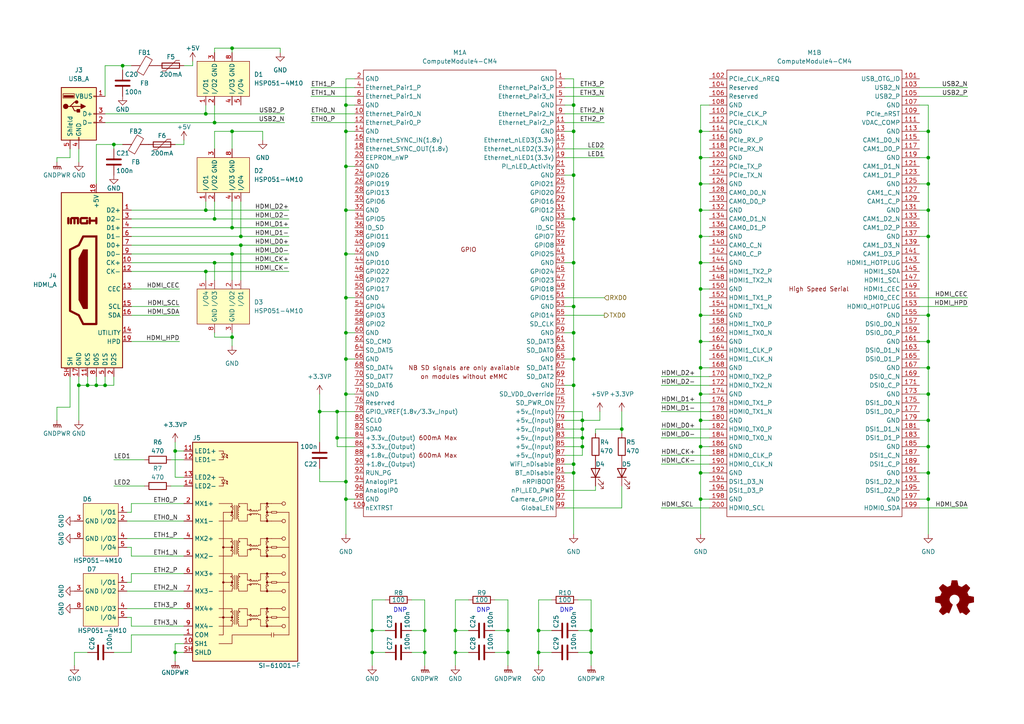
<source format=kicad_sch>
(kicad_sch (version 20211123) (generator eeschema)
  (paper "A4")
  (title_block (title "Cockpit CPU Card") (date "2023-01-21") (rev "A") (company "https://github.com/peterheinrich/DA20-C1-ProcedureTrainer") (comment 1 "Open Hardware") (comment 2 "License: CERN-OHL-P") (comment 3 "© 2023 by Peter Heinrich") (comment 4 "DA20 Hardware Cockpit Simulator Project"))
  (junction (at 203.2 83.82))
  (junction (at 25.4 111.76))
  (junction (at 203.2 68.58))
  (junction (at 166.37 63.5))
  (junction (at 269.24 53.34))
  (junction (at 203.2 106.68))
  (junction (at 59.69 60.96))
  (junction (at 269.24 45.72))
  (junction (at 123.19 182.88))
  (junction (at 203.2 121.92))
  (junction (at 156.21 189.23))
  (junction (at 203.2 144.78))
  (junction (at 67.31 66.04))
  (junction (at 59.69 78.74))
  (junction (at 269.24 38.1))
  (junction (at 203.2 45.72))
  (junction (at 168.91 129.54))
  (junction (at 166.37 38.1))
  (junction (at 166.37 88.9))
  (junction (at 107.95 189.23))
  (junction (at 132.08 189.23))
  (junction (at 269.24 144.78))
  (junction (at 269.24 114.3))
  (junction (at 269.24 121.92))
  (junction (at 166.37 76.2))
  (junction (at 62.23 35.56))
  (junction (at 166.37 30.48))
  (junction (at 168.91 121.92))
  (junction (at 100.33 60.96))
  (junction (at 100.33 73.66))
  (junction (at 27.94 111.76))
  (junction (at 100.33 86.36))
  (junction (at 168.91 127))
  (junction (at 166.37 134.62))
  (junction (at 59.69 33.02))
  (junction (at 97.79 127))
  (junction (at 203.2 38.1))
  (junction (at 203.2 91.44))
  (junction (at 203.2 114.3))
  (junction (at 156.21 182.88))
  (junction (at 33.02 41.91))
  (junction (at 269.24 91.44))
  (junction (at 50.8 130.81))
  (junction (at 269.24 60.96))
  (junction (at 203.2 99.06))
  (junction (at 269.24 68.58))
  (junction (at 67.31 13.97))
  (junction (at 203.2 129.54))
  (junction (at 203.2 53.34))
  (junction (at 35.56 19.05))
  (junction (at 168.91 124.46))
  (junction (at 269.24 106.68))
  (junction (at 100.33 38.1))
  (junction (at 100.33 144.78))
  (junction (at 22.86 111.76))
  (junction (at 203.2 76.2))
  (junction (at 69.85 71.12))
  (junction (at 100.33 96.52))
  (junction (at 100.33 30.48))
  (junction (at 100.33 139.7))
  (junction (at 97.79 119.38))
  (junction (at 203.2 60.96))
  (junction (at 166.37 50.8))
  (junction (at 269.24 129.54))
  (junction (at 50.8 189.23))
  (junction (at 132.08 182.88))
  (junction (at 30.48 111.76))
  (junction (at 166.37 111.76))
  (junction (at 147.32 189.23))
  (junction (at 269.24 137.16))
  (junction (at 203.2 137.16))
  (junction (at 171.45 189.23))
  (junction (at 67.31 73.66))
  (junction (at 166.37 104.14))
  (junction (at 171.45 182.88))
  (junction (at 62.23 76.2))
  (junction (at 67.31 38.1))
  (junction (at 147.32 182.88))
  (junction (at 100.33 48.26))
  (junction (at 166.37 137.16))
  (junction (at 107.95 182.88))
  (junction (at 92.71 119.38))
  (junction (at 62.23 63.5))
  (junction (at 269.24 99.06))
  (junction (at 69.85 68.58))
  (junction (at 100.33 104.14))
  (junction (at 123.19 189.23))
  (junction (at 180.34 124.46))
  (junction (at 67.31 97.79))
  (junction (at 100.33 114.3))
  (junction (at 166.37 96.52))
  (wire (pts (xy 100.33 104.14) (xy 102.87 104.14)))
  (wire (pts (xy 38.1 184.15) (xy 53.34 184.15)))
  (wire (pts (xy 166.37 63.5) (xy 166.37 76.2)))
  (wire (pts (xy 168.91 127) (xy 168.91 124.46)))
  (wire (pts (xy 69.85 71.12) (xy 83.82 71.12)))
  (wire (pts (xy 100.33 38.1) (xy 102.87 38.1)))
  (wire (pts (xy 55.88 17.78) (xy 55.88 19.05)))
  (wire (pts (xy 156.21 193.04) (xy 156.21 189.23)))
  (wire (pts (xy 67.31 73.66) (xy 67.31 81.28)))
  (wire (pts (xy 62.23 76.2) (xy 62.23 81.28)))
  (wire (pts (xy 266.7 60.96) (xy 269.24 60.96)))
  (wire (pts (xy 38.1 63.5) (xy 62.23 63.5)))
  (wire (pts (xy 50.8 191.77) (xy 50.8 189.23)))
  (wire (pts (xy 163.83 76.2) (xy 166.37 76.2)))
  (wire (pts (xy 62.23 58.42) (xy 62.23 63.5)))
  (wire (pts (xy 167.64 189.23) (xy 171.45 189.23)))
  (wire (pts (xy 100.33 60.96) (xy 102.87 60.96)))
  (wire (pts (xy 81.28 15.24) (xy 81.28 13.97)))
  (wire (pts (xy 143.51 189.23) (xy 147.32 189.23)))
  (wire (pts (xy 203.2 60.96) (xy 203.2 68.58)))
  (wire (pts (xy 97.79 129.54) (xy 102.87 129.54)))
  (wire (pts (xy 166.37 88.9) (xy 166.37 96.52)))
  (wire (pts (xy 163.83 43.18) (xy 175.26 43.18)))
  (wire (pts (xy 92.71 135.89) (xy 92.71 139.7)))
  (wire (pts (xy 166.37 76.2) (xy 166.37 88.9)))
  (wire (pts (xy 123.19 173.99) (xy 123.19 182.88)))
  (wire (pts (xy 203.2 30.48) (xy 203.2 38.1)))
  (wire (pts (xy 36.83 158.75) (xy 38.1 158.75)))
  (wire (pts (xy 269.24 137.16) (xy 269.24 144.78)))
  (wire (pts (xy 123.19 189.23) (xy 123.19 193.04)))
  (wire (pts (xy 100.33 96.52) (xy 102.87 96.52)))
  (wire (pts (xy 38.1 78.74) (xy 59.69 78.74)))
  (wire (pts (xy 38.1 68.58) (xy 69.85 68.58)))
  (wire (pts (xy 50.8 128.27) (xy 50.8 130.81)))
  (wire (pts (xy 81.28 13.97) (xy 67.31 13.97)))
  (wire (pts (xy 38.1 66.04) (xy 67.31 66.04)))
  (wire (pts (xy 163.83 38.1) (xy 166.37 38.1)))
  (wire (pts (xy 166.37 96.52) (xy 166.37 104.14)))
  (wire (pts (xy 38.1 158.75) (xy 38.1 161.29)))
  (wire (pts (xy 16.51 121.92) (xy 16.51 118.11)))
  (wire (pts (xy 147.32 182.88) (xy 147.32 189.23)))
  (wire (pts (xy 203.2 83.82) (xy 205.74 83.82)))
  (wire (pts (xy 135.89 173.99) (xy 132.08 173.99)))
  (wire (pts (xy 62.23 76.2) (xy 83.82 76.2)))
  (wire (pts (xy 20.32 109.22) (xy 20.32 118.11)))
  (wire (pts (xy 266.7 121.92) (xy 269.24 121.92)))
  (wire (pts (xy 97.79 127) (xy 102.87 127)))
  (wire (pts (xy 203.2 114.3) (xy 205.74 114.3)))
  (wire (pts (xy 20.32 43.18) (xy 20.32 45.72)))
  (wire (pts (xy 62.23 30.48) (xy 62.23 35.56)))
  (wire (pts (xy 30.48 19.05) (xy 30.48 27.94)))
  (wire (pts (xy 166.37 104.14) (xy 166.37 111.76)))
  (wire (pts (xy 266.7 129.54) (xy 269.24 129.54)))
  (wire (pts (xy 203.2 137.16) (xy 205.74 137.16)))
  (wire (pts (xy 166.37 30.48) (xy 166.37 38.1)))
  (wire (pts (xy 180.34 124.46) (xy 180.34 125.73)))
  (wire (pts (xy 97.79 119.38) (xy 92.71 119.38)))
  (wire (pts (xy 25.4 189.23) (xy 21.59 189.23)))
  (wire (pts (xy 123.19 173.99) (xy 119.38 173.99)))
  (wire (pts (xy 52.07 91.44) (xy 38.1 91.44)))
  (wire (pts (xy 266.7 137.16) (xy 269.24 137.16)))
  (wire (pts (xy 38.1 168.91) (xy 38.1 166.37)))
  (wire (pts (xy 266.7 91.44) (xy 269.24 91.44)))
  (wire (pts (xy 173.99 119.38) (xy 173.99 121.92)))
  (wire (pts (xy 38.1 60.96) (xy 59.69 60.96)))
  (wire (pts (xy 203.2 91.44) (xy 203.2 99.06)))
  (wire (pts (xy 22.86 109.22) (xy 22.86 111.76)))
  (wire (pts (xy 50.8 41.91) (xy 53.34 41.91)))
  (wire (pts (xy 119.38 182.88) (xy 123.19 182.88)))
  (wire (pts (xy 38.1 181.61) (xy 53.34 181.61)))
  (wire (pts (xy 50.8 130.81) (xy 53.34 130.81)))
  (wire (pts (xy 38.1 148.59) (xy 38.1 146.05)))
  (wire (pts (xy 269.24 129.54) (xy 269.24 137.16)))
  (wire (pts (xy 62.23 96.52) (xy 62.23 97.79)))
  (wire (pts (xy 50.8 186.69) (xy 53.34 186.69)))
  (wire (pts (xy 38.1 161.29) (xy 53.34 161.29)))
  (wire (pts (xy 30.48 111.76) (xy 30.48 109.22)))
  (wire (pts (xy 62.23 63.5) (xy 83.82 63.5)))
  (wire (pts (xy 166.37 134.62) (xy 166.37 137.16)))
  (wire (pts (xy 90.17 33.02) (xy 102.87 33.02)))
  (wire (pts (xy 191.77 134.62) (xy 205.74 134.62)))
  (wire (pts (xy 269.24 144.78) (xy 269.24 154.94)))
  (wire (pts (xy 107.95 182.88) (xy 111.76 182.88)))
  (wire (pts (xy 67.31 96.52) (xy 67.31 97.79)))
  (wire (pts (xy 33.02 189.23) (xy 38.1 189.23)))
  (wire (pts (xy 180.34 119.38) (xy 180.34 124.46)))
  (wire (pts (xy 67.31 38.1) (xy 67.31 43.18)))
  (wire (pts (xy 203.2 83.82) (xy 203.2 91.44)))
  (wire (pts (xy 266.7 106.68) (xy 269.24 106.68)))
  (wire (pts (xy 27.94 41.91) (xy 27.94 53.34)))
  (wire (pts (xy 67.31 13.97) (xy 62.23 13.97)))
  (wire (pts (xy 69.85 71.12) (xy 69.85 81.28)))
  (wire (pts (xy 203.2 45.72) (xy 203.2 53.34)))
  (wire (pts (xy 90.17 25.4) (xy 102.87 25.4)))
  (wire (pts (xy 172.72 125.73) (xy 172.72 124.46)))
  (wire (pts (xy 59.69 60.96) (xy 83.82 60.96)))
  (wire (pts (xy 100.33 22.86) (xy 100.33 30.48)))
  (wire (pts (xy 132.08 189.23) (xy 135.89 189.23)))
  (wire (pts (xy 50.8 130.81) (xy 50.8 138.43)))
  (wire (pts (xy 16.51 45.72) (xy 16.51 46.99)))
  (wire (pts (xy 171.45 173.99) (xy 171.45 182.88)))
  (wire (pts (xy 100.33 73.66) (xy 102.87 73.66)))
  (wire (pts (xy 203.2 38.1) (xy 203.2 45.72)))
  (wire (pts (xy 203.2 114.3) (xy 203.2 121.92)))
  (wire (pts (xy 90.17 35.56) (xy 102.87 35.56)))
  (wire (pts (xy 33.02 133.35) (xy 41.91 133.35)))
  (wire (pts (xy 25.4 111.76) (xy 25.4 109.22)))
  (wire (pts (xy 59.69 58.42) (xy 59.69 60.96)))
  (wire (pts (xy 171.45 173.99) (xy 167.64 173.99)))
  (wire (pts (xy 269.24 91.44) (xy 269.24 99.06)))
  (wire (pts (xy 205.74 30.48) (xy 203.2 30.48)))
  (wire (pts (xy 90.17 27.94) (xy 102.87 27.94)))
  (wire (pts (xy 163.83 134.62) (xy 166.37 134.62)))
  (wire (pts (xy 67.31 73.66) (xy 83.82 73.66)))
  (wire (pts (xy 62.23 35.56) (xy 82.55 35.56)))
  (wire (pts (xy 167.64 182.88) (xy 171.45 182.88)))
  (wire (pts (xy 111.76 173.99) (xy 107.95 173.99)))
  (wire (pts (xy 107.95 189.23) (xy 111.76 189.23)))
  (wire (pts (xy 92.71 139.7) (xy 100.33 139.7)))
  (wire (pts (xy 132.08 182.88) (xy 135.89 182.88)))
  (wire (pts (xy 38.1 71.12) (xy 69.85 71.12)))
  (wire (pts (xy 123.19 182.88) (xy 123.19 189.23)))
  (wire (pts (xy 76.2 38.1) (xy 67.31 38.1)))
  (wire (pts (xy 166.37 22.86) (xy 166.37 30.48)))
  (wire (pts (xy 97.79 119.38) (xy 97.79 127)))
  (wire (pts (xy 269.24 68.58) (xy 269.24 91.44)))
  (wire (pts (xy 100.33 139.7) (xy 100.33 144.78)))
  (wire (pts (xy 53.34 40.64) (xy 53.34 41.91)))
  (wire (pts (xy 163.83 63.5) (xy 166.37 63.5)))
  (wire (pts (xy 163.83 104.14) (xy 166.37 104.14)))
  (wire (pts (xy 100.33 48.26) (xy 100.33 60.96)))
  (wire (pts (xy 269.24 121.92) (xy 269.24 129.54)))
  (wire (pts (xy 163.83 35.56) (xy 175.26 35.56)))
  (wire (pts (xy 67.31 97.79) (xy 67.31 100.33)))
  (wire (pts (xy 36.83 171.45) (xy 53.34 171.45)))
  (wire (pts (xy 53.34 19.05) (xy 55.88 19.05)))
  (wire (pts (xy 168.91 121.92) (xy 168.91 119.38)))
  (wire (pts (xy 33.02 140.97) (xy 41.91 140.97)))
  (wire (pts (xy 38.1 179.07) (xy 38.1 181.61)))
  (wire (pts (xy 269.24 106.68) (xy 269.24 114.3)))
  (wire (pts (xy 203.2 121.92) (xy 203.2 129.54)))
  (wire (pts (xy 191.77 127) (xy 205.74 127)))
  (wire (pts (xy 166.37 137.16) (xy 166.37 154.94)))
  (wire (pts (xy 36.83 168.91) (xy 38.1 168.91)))
  (wire (pts (xy 163.83 86.36) (xy 175.26 86.36)))
  (wire (pts (xy 59.69 30.48) (xy 59.69 33.02)))
  (wire (pts (xy 62.23 97.79) (xy 67.31 97.79)))
  (wire (pts (xy 156.21 182.88) (xy 160.02 182.88)))
  (wire (pts (xy 36.83 156.21) (xy 53.34 156.21)))
  (wire (pts (xy 191.77 116.84) (xy 205.74 116.84)))
  (wire (pts (xy 59.69 78.74) (xy 59.69 81.28)))
  (wire (pts (xy 67.31 38.1) (xy 62.23 38.1)))
  (wire (pts (xy 38.1 73.66) (xy 67.31 73.66)))
  (wire (pts (xy 50.8 189.23) (xy 53.34 189.23)))
  (wire (pts (xy 49.53 133.35) (xy 53.34 133.35)))
  (wire (pts (xy 266.7 53.34) (xy 269.24 53.34)))
  (wire (pts (xy 163.83 30.48) (xy 166.37 30.48)))
  (wire (pts (xy 203.2 129.54) (xy 205.74 129.54)))
  (wire (pts (xy 269.24 38.1) (xy 269.24 45.72)))
  (wire (pts (xy 38.1 146.05) (xy 53.34 146.05)))
  (wire (pts (xy 67.31 66.04) (xy 83.82 66.04)))
  (wire (pts (xy 100.33 96.52) (xy 100.33 104.14)))
  (wire (pts (xy 203.2 53.34) (xy 203.2 60.96)))
  (wire (pts (xy 172.72 142.24) (xy 172.72 140.97)))
  (wire (pts (xy 269.24 114.3) (xy 269.24 121.92)))
  (wire (pts (xy 100.33 114.3) (xy 102.87 114.3)))
  (wire (pts (xy 22.86 43.18) (xy 22.86 46.99)))
  (wire (pts (xy 163.83 27.94) (xy 175.26 27.94)))
  (wire (pts (xy 269.24 99.06) (xy 269.24 106.68)))
  (wire (pts (xy 180.34 147.32) (xy 180.34 140.97)))
  (wire (pts (xy 203.2 60.96) (xy 205.74 60.96)))
  (wire (pts (xy 203.2 144.78) (xy 205.74 144.78)))
  (wire (pts (xy 266.7 38.1) (xy 269.24 38.1)))
  (wire (pts (xy 191.77 119.38) (xy 205.74 119.38)))
  (wire (pts (xy 16.51 118.11) (xy 20.32 118.11)))
  (wire (pts (xy 100.33 86.36) (xy 100.33 96.52)))
  (wire (pts (xy 147.32 173.99) (xy 147.32 182.88)))
  (wire (pts (xy 36.83 179.07) (xy 38.1 179.07)))
  (wire (pts (xy 50.8 189.23) (xy 50.8 186.69)))
  (wire (pts (xy 203.2 121.92) (xy 205.74 121.92)))
  (wire (pts (xy 266.7 99.06) (xy 269.24 99.06)))
  (wire (pts (xy 203.2 129.54) (xy 203.2 137.16)))
  (wire (pts (xy 92.71 119.38) (xy 92.71 128.27)))
  (wire (pts (xy 100.33 60.96) (xy 100.33 73.66)))
  (wire (pts (xy 166.37 38.1) (xy 166.37 50.8)))
  (wire (pts (xy 191.77 132.08) (xy 205.74 132.08)))
  (wire (pts (xy 203.2 144.78) (xy 203.2 154.94)))
  (wire (pts (xy 22.86 111.76) (xy 22.86 121.92)))
  (wire (pts (xy 100.33 114.3) (xy 100.33 139.7)))
  (wire (pts (xy 160.02 173.99) (xy 156.21 173.99)))
  (wire (pts (xy 269.24 60.96) (xy 269.24 68.58)))
  (wire (pts (xy 147.32 189.23) (xy 147.32 193.04)))
  (wire (pts (xy 163.83 111.76) (xy 166.37 111.76)))
  (wire (pts (xy 100.33 48.26) (xy 102.87 48.26)))
  (wire (pts (xy 97.79 127) (xy 97.79 129.54)))
  (wire (pts (xy 107.95 193.04) (xy 107.95 189.23)))
  (wire (pts (xy 38.1 19.05) (xy 35.56 19.05)))
  (wire (pts (xy 203.2 99.06) (xy 205.74 99.06)))
  (wire (pts (xy 269.24 45.72) (xy 269.24 53.34)))
  (wire (pts (xy 102.87 119.38) (xy 97.79 119.38)))
  (wire (pts (xy 69.85 68.58) (xy 83.82 68.58)))
  (wire (pts (xy 100.33 30.48) (xy 100.33 38.1)))
  (wire (pts (xy 168.91 119.38) (xy 163.83 119.38)))
  (wire (pts (xy 36.83 176.53) (xy 53.34 176.53)))
  (wire (pts (xy 35.56 19.05) (xy 35.56 20.32)))
  (wire (pts (xy 166.37 50.8) (xy 166.37 63.5)))
  (wire (pts (xy 168.91 124.46) (xy 168.91 121.92)))
  (wire (pts (xy 203.2 53.34) (xy 205.74 53.34)))
  (wire (pts (xy 168.91 129.54) (xy 168.91 127)))
  (wire (pts (xy 163.83 124.46) (xy 168.91 124.46)))
  (wire (pts (xy 266.7 25.4) (xy 280.67 25.4)))
  (wire (pts (xy 52.07 99.06) (xy 38.1 99.06)))
  (wire (pts (xy 191.77 111.76) (xy 205.74 111.76)))
  (wire (pts (xy 52.07 83.82) (xy 38.1 83.82)))
  (wire (pts (xy 33.02 111.76) (xy 33.02 109.22)))
  (wire (pts (xy 280.67 88.9) (xy 266.7 88.9)))
  (wire (pts (xy 67.31 13.97) (xy 67.31 15.24)))
  (wire (pts (xy 266.7 27.94) (xy 280.67 27.94)))
  (wire (pts (xy 22.86 111.76) (xy 25.4 111.76)))
  (wire (pts (xy 50.8 138.43) (xy 53.34 138.43)))
  (wire (pts (xy 203.2 68.58) (xy 203.2 76.2)))
  (wire (pts (xy 156.21 189.23) (xy 160.02 189.23)))
  (wire (pts (xy 27.94 111.76) (xy 30.48 111.76)))
  (wire (pts (xy 143.51 182.88) (xy 147.32 182.88)))
  (wire (pts (xy 100.33 73.66) (xy 100.33 86.36)))
  (wire (pts (xy 203.2 106.68) (xy 205.74 106.68)))
  (wire (pts (xy 119.38 189.23) (xy 123.19 189.23)))
  (wire (pts (xy 203.2 68.58) (xy 205.74 68.58)))
  (wire (pts (xy 69.85 58.42) (xy 69.85 68.58)))
  (wire (pts (xy 163.83 45.72) (xy 175.26 45.72)))
  (wire (pts (xy 266.7 45.72) (xy 269.24 45.72)))
  (wire (pts (xy 100.33 104.14) (xy 100.33 114.3)))
  (wire (pts (xy 203.2 38.1) (xy 205.74 38.1)))
  (wire (pts (xy 38.1 189.23) (xy 38.1 184.15)))
  (wire (pts (xy 203.2 45.72) (xy 205.74 45.72)))
  (wire (pts (xy 49.53 140.97) (xy 53.34 140.97)))
  (wire (pts (xy 132.08 182.88) (xy 132.08 173.99)))
  (wire (pts (xy 156.21 189.23) (xy 156.21 182.88)))
  (wire (pts (xy 168.91 132.08) (xy 168.91 129.54)))
  (wire (pts (xy 25.4 111.76) (xy 27.94 111.76)))
  (wire (pts (xy 30.48 35.56) (xy 62.23 35.56)))
  (wire (pts (xy 33.02 41.91) (xy 27.94 41.91)))
  (wire (pts (xy 266.7 30.48) (xy 269.24 30.48)))
  (wire (pts (xy 38.1 166.37) (xy 53.34 166.37)))
  (wire (pts (xy 30.48 111.76) (xy 33.02 111.76)))
  (wire (pts (xy 203.2 106.68) (xy 203.2 114.3)))
  (wire (pts (xy 36.83 148.59) (xy 38.1 148.59)))
  (wire (pts (xy 52.07 88.9) (xy 38.1 88.9)))
  (wire (pts (xy 171.45 182.88) (xy 171.45 189.23)))
  (wire (pts (xy 100.33 30.48) (xy 102.87 30.48)))
  (wire (pts (xy 269.24 30.48) (xy 269.24 38.1)))
  (wire (pts (xy 163.83 33.02) (xy 175.26 33.02)))
  (wire (pts (xy 132.08 193.04) (xy 132.08 189.23)))
  (wire (pts (xy 266.7 114.3) (xy 269.24 114.3)))
  (wire (pts (xy 36.83 151.13) (xy 53.34 151.13)))
  (wire (pts (xy 16.51 45.72) (xy 20.32 45.72)))
  (wire (pts (xy 62.23 13.97) (xy 62.23 15.24)))
  (wire (pts (xy 156.21 182.88) (xy 156.21 173.99)))
  (wire (pts (xy 100.33 86.36) (xy 102.87 86.36)))
  (wire (pts (xy 191.77 109.22) (xy 205.74 109.22)))
  (wire (pts (xy 21.59 189.23) (xy 21.59 193.04)))
  (wire (pts (xy 191.77 147.32) (xy 205.74 147.32)))
  (wire (pts (xy 107.95 182.88) (xy 107.95 173.99)))
  (wire (pts (xy 266.7 144.78) (xy 269.24 144.78)))
  (wire (pts (xy 100.33 144.78) (xy 100.33 154.94)))
  (wire (pts (xy 166.37 111.76) (xy 166.37 134.62)))
  (wire (pts (xy 132.08 189.23) (xy 132.08 182.88)))
  (wire (pts (xy 163.83 25.4) (xy 175.26 25.4)))
  (wire (pts (xy 163.83 137.16) (xy 166.37 137.16)))
  (wire (pts (xy 35.56 19.05) (xy 30.48 19.05)))
  (wire (pts (xy 266.7 86.36) (xy 280.67 86.36)))
  (wire (pts (xy 59.69 78.74) (xy 83.82 78.74)))
  (wire (pts (xy 280.67 147.32) (xy 266.7 147.32)))
  (wire (pts (xy 171.45 189.23) (xy 171.45 193.04)))
  (wire (pts (xy 163.83 50.8) (xy 166.37 50.8)))
  (wire (pts (xy 30.48 33.02) (xy 59.69 33.02)))
  (wire (pts (xy 163.83 96.52) (xy 166.37 96.52)))
  (wire (pts (xy 38.1 76.2) (xy 62.23 76.2)))
  (wire (pts (xy 172.72 124.46) (xy 180.34 124.46)))
  (wire (pts (xy 173.99 121.92) (xy 168.91 121.92)))
  (wire (pts (xy 163.83 142.24) (xy 172.72 142.24)))
  (wire (pts (xy 163.83 22.86) (xy 166.37 22.86)))
  (wire (pts (xy 266.7 68.58) (xy 269.24 68.58)))
  (wire (pts (xy 163.83 129.54) (xy 168.91 129.54)))
  (wire (pts (xy 163.83 147.32) (xy 180.34 147.32)))
  (wire (pts (xy 203.2 76.2) (xy 205.74 76.2)))
  (wire (pts (xy 163.83 127) (xy 168.91 127)))
  (wire (pts (xy 203.2 76.2) (xy 203.2 83.82)))
  (wire (pts (xy 163.83 91.44) (xy 175.26 91.44)))
  (wire (pts (xy 92.71 119.38) (xy 92.71 114.3)))
  (wire (pts (xy 100.33 144.78) (xy 102.87 144.78)))
  (wire (pts (xy 27.94 111.76) (xy 27.94 109.22)))
  (wire (pts (xy 269.24 53.34) (xy 269.24 60.96)))
  (wire (pts (xy 163.83 88.9) (xy 166.37 88.9)))
  (wire (pts (xy 102.87 22.86) (xy 100.33 22.86)))
  (wire (pts (xy 203.2 91.44) (xy 205.74 91.44)))
  (wire (pts (xy 203.2 99.06) (xy 203.2 106.68)))
  (wire (pts (xy 76.2 40.64) (xy 76.2 38.1)))
  (wire (pts (xy 35.56 41.91) (xy 33.02 41.91)))
  (wire (pts (xy 62.23 38.1) (xy 62.23 43.18)))
  (wire (pts (xy 67.31 58.42) (xy 67.31 66.04)))
  (wire (pts (xy 147.32 173.99) (xy 143.51 173.99)))
  (wire (pts (xy 203.2 137.16) (xy 203.2 144.78)))
  (wire (pts (xy 191.77 124.46) (xy 205.74 124.46)))
  (wire (pts (xy 107.95 189.23) (xy 107.95 182.88)))
  (wire (pts (xy 33.02 41.91) (xy 33.02 43.18)))
  (wire (pts (xy 163.83 132.08) (xy 168.91 132.08)))
  (wire (pts (xy 163.83 121.92) (xy 168.91 121.92)))
  (wire (pts (xy 59.69 33.02) (xy 82.55 33.02)))
  (wire (pts (xy 100.33 38.1) (xy 100.33 48.26)))
  (text "DNP" (at 118.11 177.8 180) (effects (font (size 1.27 1.27)) (justify right bottom)))
  (text "DNP" (at 142.24 177.8 180) (effects (font (size 1.27 1.27)) (justify right bottom)))
  (text "DNP" (at 166.37 177.8 180) (effects (font (size 1.27 1.27)) (justify right bottom)))
  (label "HDMI_D2-" (at 83.82 63.5 180))
  (label "ETH2_P" (at 175.26 35.56 180))
  (label "ETH1_N" (at 44.45 161.29 0))
  (label "USB2_N" (at 82.55 35.56 180))
  (label "HDMI_CK-" (at 83.82 78.74 180))
  (label "ETH3_P" (at 175.26 25.4 180))
  (label "HDMI_D0-" (at 191.77 127 0))
  (label "USB2_N" (at 280.67 25.4 180))
  (label "HDMI_SCL" (at 191.77 147.32 0))
  (label "ETH3_N" (at 175.26 27.94 180))
  (label "LED2" (at 33.02 140.97 0))
  (label "LED1" (at 33.02 133.35 0))
  (label "ETH2_P" (at 44.45 166.37 0))
  (label "ETH0_P" (at 90.17 35.56 0))
  (label "ETH1_N" (at 90.17 27.94 0))
  (label "HDMI_CK-" (at 191.77 134.62 0))
  (label "HDMI_D1-" (at 83.82 68.58 180))
  (label "HDMI_SDA" (at 280.67 147.32 180))
  (label "USB2_P" (at 280.67 27.94 180))
  (label "HDMI_CEC" (at 280.67 86.36 180))
  (label "LED2" (at 175.26 43.18 180))
  (label "HDMI_SCL" (at 52.07 88.9 180))
  (label "HDMI_D0+" (at 191.77 124.46 0))
  (label "HDMI_D2-" (at 191.77 111.76 0))
  (label "ETH1_P" (at 90.17 25.4 0))
  (label "HDMI_CK+" (at 83.82 76.2 180))
  (label "ETH0_N" (at 44.45 151.13 0))
  (label "ETH2_N" (at 44.45 171.45 0))
  (label "ETH3_N" (at 44.45 181.61 0))
  (label "ETH0_P" (at 44.45 146.05 0))
  (label "USB2_P" (at 82.55 33.02 180))
  (label "HDMI_D0+" (at 83.82 71.12 180))
  (label "ETH1_P" (at 44.45 156.21 0))
  (label "ETH3_P" (at 44.45 176.53 0))
  (label "HDMI_CEC" (at 52.07 83.82 180))
  (label "HDMI_D1+" (at 191.77 116.84 0))
  (label "LED1" (at 175.26 45.72 180))
  (label "HDMI_HPD" (at 280.67 88.9 180))
  (label "ETH2_N" (at 175.26 33.02 180))
  (label "HDMI_HPD" (at 52.07 99.06 180))
  (label "HDMI_CK+" (at 191.77 132.08 0))
  (label "HDMI_D2+" (at 191.77 109.22 0))
  (label "HDMI_D0-" (at 83.82 73.66 180))
  (label "HDMI_SDA" (at 52.07 91.44 180))
  (label "ETH0_N" (at 90.17 33.02 0))
  (label "HDMI_D1-" (at 191.77 119.38 0))
  (label "HDMI_D2+" (at 83.82 60.96 180))
  (label "HDMI_D1+" (at 83.82 66.04 180))
  (hierarchical_label "TXD0" (shape output) (at 175.26 91.44 0))
  (hierarchical_label "RXD0" (shape input) (at 175.26 86.36 0))
  (symbol (lib_id "Device:R") (at 115.57 173.99 270) (mirror x) (unit 1) (in_bom no)
    (property "Reference" "R8" (at 115.57 171.958 90))
    (property "Value" "100" (at 115.57 173.99 90))
    (property "Footprint" "Resistor_SMD:R_0805_2012Metric" (effects hide))
    (property "MPN" "MC01W08051100R" (effects hide))
    (property "ON_FARNELL" "9332375" (effects hide))
  )
  (symbol (lib_id "power:+3.3VP") (at 50.8 128.27 0) (unit 1)
    (property "Reference" "#PWR045" (effects hide))
    (property "Value" "+3.3VP" (at 50.8 123.19 0))
  )
  (symbol (lib_id "00_LocalLib:ComputeModule4-CM4") (at 210.82 20.32 0) (unit 2)
    (property "Reference" "M1" (at 236.22 15.24 0))
    (property "Value" "ComputeModule4-CM4" (at 236.22 17.78 0))
    (property "Footprint" "00_LocalLib:Raspberry-Pi-4-Compute-Module" (effects hide))
    (property "MPN" "DF40C-100DS-0.4V(51)" (effects hide))
    (property "ON_FARNELL" "2427679" (effects hide))
  )
  (symbol (lib_id "power:GND") (at 269.24 154.94 0) (unit 1)
    (property "Reference" "#PWR050" (effects hide))
    (property "Value" "GND" (at 269.24 160.02 0))
  )
  (symbol (lib_id "Device:Polyfuse") (at 46.99 41.91 90) (unit 1)
    (property "Reference" "F6" (at 46.99 39.37 90))
    (property "Value" "200mA" (at 46.99 44.45 90))
    (property "Footprint" "Fuse:Fuse_1210_3225Metric" (effects hide))
    (property "MPN" "1210L020WR" (effects hide))
    (property "ON_FARNELL" "1596997" (effects hide))
  )
  (symbol (lib_id "power:GND") (at 76.2 40.64 0) (unit 1)
    (property "Reference" "#PWR035" (effects hide))
    (property "Value" "GND" (at 76.2 45.72 0))
  )
  (symbol (lib_id "power:GND") (at 203.2 154.94 0) (unit 1)
    (property "Reference" "#PWR049" (effects hide))
    (property "Value" "GND" (at 203.2 160.02 0))
  )
  (symbol (lib_id "Device:C") (at 139.7 189.23 90) (unit 1)
    (property "Reference" "C28" (at 137.16 188.595 0) (effects (justify left)))
    (property "Value" "100n" (at 142.24 188.595 0) (effects (justify left)))
    (property "Footprint" "Capacitor_SMD:C_0603_1608Metric" (effects hide))
    (property "Datasheet" "https://www.farnell.com/datasheets/2735905.pdf" (effects hide))
    (property "MPN" "CL10B104KO8NNNC" (effects hide))
    (property "ON_FARNELL" "3013413" (effects hide))
  )
  (symbol (lib_id "Device:FerriteBead") (at 39.37 41.91 270) (unit 1)
    (property "Reference" "FB2" (at 39.37 38.1 90))
    (property "Value" "FB" (at 39.37 46.99 90))
    (property "Footprint" "Inductor_SMD:L_0805_2012Metric" (effects hide))
    (property "MPN" "BLM21PG221SN1D" (effects hide))
    (property "ON_FARNELL" "1515661" (effects hide))
  )
  (symbol (lib_id "Device:C") (at 92.71 132.08 180) (unit 1)
    (property "Reference" "C22" (at 92.075 134.62 0) (effects (justify left)))
    (property "Value" "100n" (at 92.075 129.54 0) (effects (justify left)))
    (property "Footprint" "Capacitor_SMD:C_0603_1608Metric" (effects hide))
    (property "Datasheet" "https://www.farnell.com/datasheets/2735905.pdf" (effects hide))
    (property "MPN" "CL10B104KO8NNNC" (effects hide))
    (property "ON_FARNELL" "3013413" (effects hide))
  )
  (symbol (lib_id "power:GNDPWR") (at 171.45 193.04 0) (mirror y) (unit 1)
    (property "Reference" "#PWR061" (effects hide))
    (property "Value" "GNDPWR" (at 171.45 196.85 0))
  )
  (symbol (lib_id "Device:FerriteBead") (at 41.91 19.05 270) (unit 1)
    (property "Reference" "FB1" (at 41.91 15.24 90))
    (property "Value" "FB" (at 41.91 24.13 90))
    (property "Footprint" "Inductor_SMD:L_0805_2012Metric" (effects hide))
    (property "MPN" "BLM21PG221SN1D" (effects hide))
    (property "ON_FARNELL" "1515661" (effects hide))
  )
  (symbol (lib_id "power:GND") (at 67.31 100.33 0) (unit 1)
    (property "Reference" "#PWR039" (effects hide))
    (property "Value" "GND" (at 67.31 105.41 0))
  )
  (symbol (lib_id "Device:C") (at 163.83 182.88 90) (unit 1)
    (property "Reference" "C25" (at 161.29 182.245 0) (effects (justify left)))
    (property "Value" "100n" (at 166.37 182.245 0) (effects (justify left)))
    (property "Footprint" "Capacitor_SMD:C_0603_1608Metric" (effects hide))
    (property "Datasheet" "https://www.farnell.com/datasheets/2735905.pdf" (effects hide))
    (property "MPN" "CL10B104KO8NNNC" (effects hide))
    (property "ON_FARNELL" "3013413" (effects hide))
  )
  (symbol (lib_id "Device:Polyfuse") (at 49.53 19.05 90) (unit 1)
    (property "Reference" "F5" (at 49.53 16.51 90))
    (property "Value" "200mA" (at 49.53 21.59 90))
    (property "Footprint" "Fuse:Fuse_1210_3225Metric" (effects hide))
    (property "MPN" "1210L020WR" (effects hide))
    (property "ON_FARNELL" "1596997" (effects hide))
  )
  (symbol (lib_id "Device:LED") (at 180.34 137.16 90) (unit 1)
    (property "Reference" "D5" (at 180.34 134.62 90) (effects (justify right)))
    (property "Value" "LED" (effects hide))
    (property "Footprint" "LED_THT:LED_D3.0mm" (effects hide))
    (property "MPN" "MCL034GT" (effects hide))
    (property "ON_FARNELL" "1581123" (effects hide))
  )
  (symbol (lib_id "Graphic:Logo_Open_Hardware_Small") (at 276.86 173.99 0) (unit 1) (on_board no)
    (property "Reference" "LOGO2" (effects hide))
    (property "Value" "Logo_Open_Hardware_Small" (effects hide))
    (property "MPN" "DF40C-100DS-0.4V(51)" (effects hide))
    (property "ON_FARNELL" "2427679" (effects hide))
  )
  (symbol (lib_id "power:GND") (at 107.95 193.04 0) (mirror y) (unit 1)
    (property "Reference" "#PWR056" (effects hide))
    (property "Value" "GND" (at 107.95 196.85 0))
  )
  (symbol (lib_id "Device:C") (at 139.7 182.88 90) (unit 1)
    (property "Reference" "C24" (at 137.16 182.245 0) (effects (justify left)))
    (property "Value" "100n" (at 142.24 182.245 0) (effects (justify left)))
    (property "Footprint" "Capacitor_SMD:C_0603_1608Metric" (effects hide))
    (property "Datasheet" "https://www.farnell.com/datasheets/2735905.pdf" (effects hide))
    (property "MPN" "CL10B104KO8NNNC" (effects hide))
    (property "ON_FARNELL" "3013413" (effects hide))
  )
  (symbol (lib_id "power:GND") (at 21.59 176.53 270) (unit 1)
    (property "Reference" "#PWR053" (effects hide))
    (property "Value" "GND" (at 17.78 176.53 0))
  )
  (symbol (lib_id "Device:R") (at 180.34 129.54 0) (unit 1)
    (property "Reference" "R5" (at 181.61 128.27 0) (effects (justify left)))
    (property "Value" "470" (at 181.61 130.81 0) (effects (justify left)))
    (property "Footprint" "Resistor_SMD:R_0603_1608Metric" (effects hide))
    (property "MPN" "MCMR06X4700FTL" (effects hide))
    (property "ON_FARNELL" "2073508" (effects hide))
  )
  (symbol (lib_id "Device:R") (at 45.72 140.97 90) (unit 1)
    (property "Reference" "R7" (at 45.72 135.89 90))
    (property "Value" "470" (at 45.72 138.43 90))
    (property "Footprint" "Resistor_SMD:R_0603_1608Metric" (effects hide))
    (property "MPN" "MCMR06X4700FTL" (effects hide))
    (property "ON_FARNELL" "2073508" (effects hide))
  )
  (symbol (lib_id "00_LocalLib:HSP051-4M10") (at 57.15 27.94 90) (unit 1)
    (property "Reference" "D1" (at 73.66 21.5899 90) (effects (justify right)))
    (property "Value" "HSP051-4M10" (at 73.66 24.1299 90) (effects (justify right)))
    (property "Footprint" "00_LocalLib:HSP051-4M10" (effects hide))
    (property "MPN" "HSP054-4N10" (effects hide))
    (property "ON_FARNELL" "4035994" (effects hide))
  )
  (symbol (lib_id "Device:C") (at 29.21 189.23 90) (unit 1)
    (property "Reference" "C26" (at 26.67 188.595 0) (effects (justify left)))
    (property "Value" "100n" (at 31.75 188.595 0) (effects (justify left)))
    (property "Footprint" "Capacitor_SMD:C_0603_1608Metric" (effects hide))
    (property "Datasheet" "https://www.farnell.com/datasheets/2735905.pdf" (effects hide))
    (property "MPN" "CL10B104KO8NNNC" (effects hide))
    (property "ON_FARNELL" "3013413" (effects hide))
  )
  (symbol (lib_id "Device:R") (at 163.83 173.99 270) (mirror x) (unit 1) (in_bom no)
    (property "Reference" "R10" (at 163.83 171.958 90))
    (property "Value" "100" (at 163.83 173.99 90))
    (property "Footprint" "Resistor_SMD:R_0805_2012Metric" (effects hide))
    (property "MPN" "MC01W08051100R" (effects hide))
    (property "ON_FARNELL" "9332375" (effects hide))
  )
  (symbol (lib_id "power:GND") (at 100.33 154.94 0) (unit 1)
    (property "Reference" "#PWR047" (effects hide))
    (property "Value" "GND" (at 100.33 160.02 0))
  )
  (symbol (lib_id "00_LocalLib:HSP051-4M10") (at 57.15 55.88 90) (unit 1)
    (property "Reference" "D2" (at 73.66 49.5299 90) (effects (justify right)))
    (property "Value" "HSP051-4M10" (at 73.66 52.0699 90) (effects (justify right)))
    (property "Footprint" "00_LocalLib:HSP051-4M10" (effects hide))
    (property "MPN" "HSP054-4N10" (effects hide))
    (property "ON_FARNELL" "4035994" (effects hide))
  )
  (symbol (lib_id "00_LocalLib:HSP051-4M10") (at 34.29 146.05 0) (mirror y) (unit 1)
    (property "Reference" "D6" (at 26.67 144.78 0) (effects (justify left)))
    (property "Value" "HSP051-4M10" (at 35.56 162.56 0) (effects (justify left)))
    (property "Footprint" "00_LocalLib:HSP051-4M10" (effects hide))
    (property "MPN" "HSP054-4N10" (effects hide))
    (property "ON_FARNELL" "4035994" (effects hide))
  )
  (symbol (lib_id "Device:C") (at 115.57 189.23 90) (unit 1)
    (property "Reference" "C27" (at 113.03 188.595 0) (effects (justify left)))
    (property "Value" "100n" (at 118.11 188.595 0) (effects (justify left)))
    (property "Footprint" "Capacitor_SMD:C_0603_1608Metric" (effects hide))
    (property "Datasheet" "https://www.farnell.com/datasheets/2735905.pdf" (effects hide))
    (property "MPN" "CL10B104KO8NNNC" (effects hide))
    (property "ON_FARNELL" "3013413" (effects hide))
  )
  (symbol (lib_name "HSP051-4M10_1") (lib_id "00_LocalLib:HSP051-4M10") (at 72.39 83.82 270) (unit 1)
    (property "Reference" "D3" (at 73.66 87.6299 90) (effects (justify left)))
    (property "Value" "HSP051-4M10" (at 73.66 90.1699 90) (effects (justify left)))
    (property "Footprint" "00_LocalLib:HSP051-4M10" (effects hide))
    (property "MPN" "HSP054-4N10" (effects hide))
    (property "ON_FARNELL" "4035994" (effects hide))
  )
  (symbol (lib_id "power:+5V") (at 55.88 17.78 0) (unit 1)
    (property "Reference" "#PWR032" (effects hide))
    (property "Value" "+5V" (at 55.88 13.97 0))
  )
  (symbol (lib_id "power:GND") (at 35.56 27.94 0) (unit 1)
    (property "Reference" "#PWR033" (effects hide))
    (property "Value" "GND" (at 35.56 31.75 0))
  )
  (symbol (lib_id "Device:C") (at 163.83 189.23 90) (unit 1)
    (property "Reference" "C29" (at 161.29 188.595 0) (effects (justify left)))
    (property "Value" "100n" (at 166.37 188.595 0) (effects (justify left)))
    (property "Footprint" "Capacitor_SMD:C_0603_1608Metric" (effects hide))
    (property "Datasheet" "https://www.farnell.com/datasheets/2735905.pdf" (effects hide))
    (property "MPN" "CL10B104KO8NNNC" (effects hide))
    (property "ON_FARNELL" "3013413" (effects hide))
  )
  (symbol (lib_id "power:GND") (at 21.59 156.21 270) (unit 1)
    (property "Reference" "#PWR051" (effects hide))
    (property "Value" "GND" (at 17.78 156.21 0))
  )
  (symbol (lib_id "Connector:USB_A") (at 22.86 33.02 0) (unit 1)
    (property "Reference" "J3" (at 22.86 20.32 0))
    (property "Value" "USB_A" (at 22.86 22.86 0))
    (property "Footprint" "Connector_USB:USB_A_Molex_67643_Horizontal" (effects hide))
    (property "Datasheet" " ~" (effects hide))
    (property "MPN" "67643-0910." (effects hide))
    (property "ON_FARNELL" "1450206" (effects hide))
  )
  (symbol (lib_id "00_LocalLib:HSP051-4M10") (at 34.29 166.37 0) (mirror y) (unit 1)
    (property "Reference" "D7" (at 27.94 165.1 0) (effects (justify left)))
    (property "Value" "HSP051-4M10" (at 36.83 182.88 0) (effects (justify left)))
    (property "Footprint" "00_LocalLib:HSP051-4M10" (effects hide))
    (property "MPN" "HSP054-4N10" (effects hide))
    (property "ON_FARNELL" "4035994" (effects hide))
  )
  (symbol (lib_id "power:GND") (at 166.37 154.94 0) (unit 1)
    (property "Reference" "#PWR048" (effects hide))
    (property "Value" "GND" (at 166.37 160.02 0))
  )
  (symbol (lib_id "power:GNDPWR") (at 147.32 193.04 0) (mirror y) (unit 1)
    (property "Reference" "#PWR059" (effects hide))
    (property "Value" "GNDPWR" (at 147.32 196.85 0))
  )
  (symbol (lib_id "power:GNDPWR") (at 50.8 191.77 0) (mirror y) (unit 1)
    (property "Reference" "#PWR054" (effects hide))
    (property "Value" "GNDPWR" (at 50.8 195.072 0))
  )
  (symbol (lib_id "power:+5V") (at 53.34 40.64 0) (unit 1)
    (property "Reference" "#PWR034" (effects hide))
    (property "Value" "+5V" (at 53.34 36.83 0))
  )
  (symbol (lib_id "power:GND") (at 81.28 15.24 0) (unit 1)
    (property "Reference" "#PWR031" (effects hide))
    (property "Value" "GND" (at 81.28 20.32 0))
  )
  (symbol (lib_id "power:GND") (at 21.59 151.13 270) (unit 1)
    (property "Reference" "#PWR046" (effects hide))
    (property "Value" "GND" (at 17.78 151.13 0))
  )
  (symbol (lib_id "power:GND") (at 156.21 193.04 0) (mirror y) (unit 1)
    (property "Reference" "#PWR060" (effects hide))
    (property "Value" "GND" (at 156.21 196.85 0))
  )
  (symbol (lib_id "power:+3.3VP") (at 92.71 114.3 0) (unit 1)
    (property "Reference" "#PWR040" (effects hide))
    (property "Value" "+3.3VP" (at 92.71 109.22 0))
  )
  (symbol (lib_id "Device:R") (at 45.72 133.35 90) (unit 1)
    (property "Reference" "R6" (at 45.72 128.27 90))
    (property "Value" "470" (at 45.72 130.81 90))
    (property "Footprint" "Resistor_SMD:R_0603_1608Metric" (effects hide))
    (property "MPN" "MCMR06X4700FTL" (effects hide))
    (property "ON_FARNELL" "2073508" (effects hide))
  )
  (symbol (lib_id "Device:R") (at 139.7 173.99 270) (mirror x) (unit 1) (in_bom no)
    (property "Reference" "R9" (at 139.7 171.958 90))
    (property "Value" "100" (at 139.7 173.99 90))
    (property "Footprint" "Resistor_SMD:R_0805_2012Metric" (effects hide))
    (property "MPN" "MC01W08051100R" (effects hide))
    (property "ON_FARNELL" "9332375" (effects hide))
  )
  (symbol (lib_id "power:GNDPWR") (at 16.51 46.99 0) (mirror y) (unit 1)
    (property "Reference" "#PWR036" (effects hide))
    (property "Value" "GNDPWR" (at 16.51 50.8 0))
  )
  (symbol (lib_id "Device:LED") (at 172.72 137.16 90) (unit 1)
    (property "Reference" "D4" (at 172.72 134.62 90) (effects (justify right)))
    (property "Value" "LED" (effects hide))
    (property "Footprint" "LED_THT:LED_D3.0mm" (effects hide))
    (property "MPN" "MCL034GT" (effects hide))
    (property "ON_FARNELL" "1581123" (effects hide))
  )
  (symbol (lib_id "power:GND") (at 22.86 46.99 0) (mirror y) (unit 1)
    (property "Reference" "#PWR037" (effects hide))
    (property "Value" "GND" (at 22.86 50.8 0))
  )
  (symbol (lib_id "power:GND") (at 132.08 193.04 0) (mirror y) (unit 1)
    (property "Reference" "#PWR058" (effects hide))
    (property "Value" "GND" (at 132.08 196.85 0))
  )
  (symbol (lib_id "power:GND") (at 33.02 50.8 0) (unit 1)
    (property "Reference" "#PWR038" (effects hide))
    (property "Value" "GND" (at 33.02 54.61 0))
  )
  (symbol (lib_id "power:GNDPWR") (at 16.51 121.92 0) (mirror y) (unit 1)
    (property "Reference" "#PWR043" (effects hide))
    (property "Value" "GNDPWR" (at 16.51 125.73 0))
  )
  (symbol (lib_id "Device:C") (at 115.57 182.88 90) (unit 1)
    (property "Reference" "C23" (at 113.03 182.245 0) (effects (justify left)))
    (property "Value" "100n" (at 118.11 182.245 0) (effects (justify left)))
    (property "Footprint" "Capacitor_SMD:C_0603_1608Metric" (effects hide))
    (property "Datasheet" "https://www.farnell.com/datasheets/2735905.pdf" (effects hide))
    (property "MPN" "CL10B104KO8NNNC" (effects hide))
    (property "ON_FARNELL" "3013413" (effects hide))
  )
  (symbol (lib_id "power:+3.3VP") (at 180.34 119.38 0) (unit 1)
    (property "Reference" "#PWR042" (effects hide))
    (property "Value" "+3.3VP" (at 180.34 114.3 0))
  )
  (symbol (lib_id "Connector:HDMI_A") (at 27.94 81.28 0) (mirror y) (unit 1)
    (property "Reference" "J4" (at 16.51 80.0099 0) (effects (justify left)))
    (property "Value" "HDMI_A" (at 16.51 82.5499 0) (effects (justify left)))
    (property "Footprint" "Connector_HDMI:HDMI_A_Molex_208658-1001_Horizontal" (effects hide))
    (property "Datasheet" "https://en.wikipedia.org/wiki/HDMI" (effects hide))
    (property "MPN" "208658-1001" (effects hide))
    (property "ON_FARNELL" "3465045" (effects hide))
  )
  (symbol (lib_id "power:GND") (at 21.59 193.04 0) (mirror y) (unit 1)
    (property "Reference" "#PWR055" (effects hide))
    (property "Value" "GND" (at 21.59 196.85 0))
  )
  (symbol (lib_id "power:GND") (at 21.59 171.45 270) (unit 1)
    (property "Reference" "#PWR052" (effects hide))
    (property "Value" "GND" (at 17.78 171.45 0))
  )
  (symbol (lib_id "Device:C") (at 33.02 46.99 0) (unit 1)
    (property "Reference" "C21" (at 33.655 44.45 0) (effects (justify left)))
    (property "Value" "100n" (at 33.655 49.53 0) (effects (justify left)))
    (property "Footprint" "Capacitor_SMD:C_0603_1608Metric" (effects hide))
    (property "Datasheet" "https://www.farnell.com/datasheets/2735905.pdf" (effects hide))
    (property "MPN" "CL10B104KO8NNNC" (effects hide))
    (property "ON_FARNELL" "3013413" (effects hide))
  )
  (symbol (lib_id "00_LocalLib:ComputeModule4-CM4") (at 105.41 20.32 0) (unit 1)
    (property "Reference" "M1" (at 133.35 15.24 0))
    (property "Value" "ComputeModule4-CM4" (at 133.35 17.78 0))
    (property "Footprint" "00_LocalLib:Raspberry-Pi-4-Compute-Module" (effects hide))
    (property "MPN" "DF40C-100DS-0.4V(51)" (effects hide))
    (property "ON_FARNELL" "2427679" (effects hide))
  )
  (symbol (lib_id "power:GND") (at 22.86 121.92 0) (unit 1)
    (property "Reference" "#PWR044" (effects hide))
    (property "Value" "GND" (at 22.86 125.73 0))
  )
  (symbol (lib_id "power:GNDPWR") (at 123.19 193.04 0) (mirror y) (unit 1)
    (property "Reference" "#PWR057" (effects hide))
    (property "Value" "GNDPWR" (at 123.19 196.85 0))
  )
  (symbol (lib_id "Device:C") (at 35.56 24.13 0) (unit 1)
    (property "Reference" "C20" (at 36.195 21.59 0) (effects (justify left)))
    (property "Value" "100n" (at 36.195 26.67 0) (effects (justify left)))
    (property "Footprint" "Capacitor_SMD:C_0603_1608Metric" (effects hide))
    (property "Datasheet" "https://www.farnell.com/datasheets/2735905.pdf" (effects hide))
    (property "MPN" "CL10B104KO8NNNC" (effects hide))
    (property "ON_FARNELL" "3013413" (effects hide))
  )
  (symbol (lib_id "power:+5VP") (at 173.99 119.38 0) (unit 1)
    (property "Reference" "#PWR041" (effects hide))
    (property "Value" "+5VP" (at 173.99 114.3 0))
  )
  (symbol (lib_id "Device:R") (at 172.72 129.54 0) (unit 1)
    (property "Reference" "R4" (at 173.99 128.27 0) (effects (justify left)))
    (property "Value" "470" (at 173.99 130.81 0) (effects (justify left)))
    (property "Footprint" "Resistor_SMD:R_0603_1608Metric" (effects hide))
    (property "MPN" "MCMR06X4700FTL" (effects hide))
    (property "ON_FARNELL" "2073508" (effects hide))
  )
  (symbol (lib_id "00_LocalLib:SI-61001-F") (at 71.12 156.21 0) (unit 1)
    (property "Reference" "J5" (at 55.88 127 0) (effects (justify left)))
    (property "Value" "SI-61001-F" (at 74.93 193.04 0) (effects (justify left)))
    (property "Footprint" "00_LocalLib:SI-61001-F" (effects hide))
    (property "MPN" "SI-61001-F" (effects hide))
    (property "ON_FARNELL" "1572191" (effects hide))
  )
)
</source>
